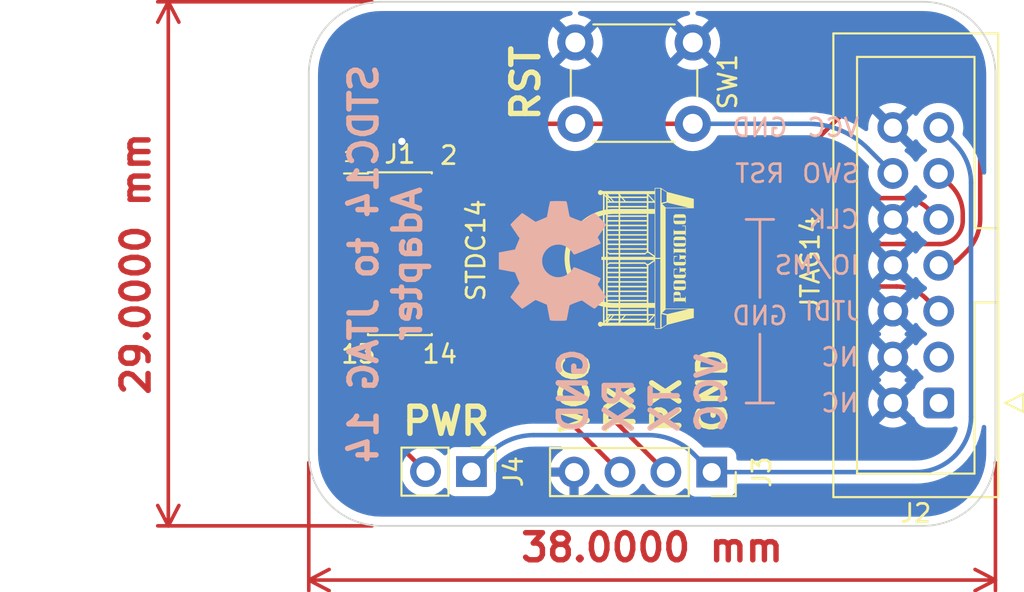
<source format=kicad_pcb>
(kicad_pcb (version 20211014) (generator pcbnew)
  (layers (0 "F.Cu" signal) (31 "B.Cu" signal) (34 "B.Paste" user) (35 "F.Paste" user) (36 "B.SilkS" user "B.Silkscreen") (37 "F.SilkS" user "F.Silkscreen") (38 "B.Mask" user) (39 "F.Mask" user) (44 "Edge.Cuts" user))
  (net 0 "")
  (net 3 "VCC")
  (net 4 "/SWDIO")
  (net 5 "GND")
  (net 6 "/SWCLK")
  (net 7 "/SWO")
  (net 8 "/JRCLK")
  (net 9 "/JTDI")
  (net 10 "/VCC_IN")
  (net 11 "/RST")
  (net 12 "/RX")
  (net 13 "/TX")
  (footprint "Symbols_Extra:Poggiolo-Logo_12x12mm_SilkScreen" (layer "F.Cu") (at -422.4 84.2 90)
    (fp_text reference "G***" hide)
    (fp_text value "LOGO" hide)
  )
  (footprint "Connector_PinSocket_2.54mm:PinSocket_1x04_P2.54mm_Vertical" (layer "F.Cu") (at -417.7 96.025 -90)
    (fp_text reference "J3" (at 0 -2.77 90) (layer "F.SilkS"))
    (fp_text value "UART")
    (pad "1" thru_hole rect (at 0 0 270) (size 1.7 1.7) (drill 1) (layers *.Cu *.Mask) (net 3 "VCC"))
    (pad "2" thru_hole oval (at 0 2.54 270) (size 1.7 1.7) (drill 1) (layers *.Cu *.Mask) (net 13 "/TX"))
    (pad "3" thru_hole oval (at 0 5.08 270) (size 1.7 1.7) (drill 1) (layers *.Cu *.Mask) (net 12 "/RX"))
    (pad "4" thru_hole oval (at 0 7.62 270) (size 1.7 1.7) (drill 1) (layers *.Cu *.Mask) (net 5 "GND"))
  )
  (footprint "Connector_PinHeader_2.54mm:PinHeader_1x02_P2.54mm_Vertical" (layer "F.Cu") (at -431 96 -90)
    (fp_text reference "J4" (at 0 -2.33 90) (layer "F.SilkS"))
    (fp_text value "POWER")
    (pad "1" thru_hole rect locked (at 0 0 270) (size 1.7 1.7) (drill 1) (layers *.Cu *.Mask) (net 3 "VCC"))
    (pad "2" thru_hole oval locked (at 0 2.54 270) (size 1.7 1.7) (drill 1) (layers *.Cu *.Mask) (net 10 "/VCC_IN"))
  )
  (footprint "Connector_IDC:IDC-Header_2x07_P2.54mm_Vertical" (layer "F.Cu") (at -405.1395 92.2 180)
    (fp_text reference "J2" (at 1.27 -6.1) (layer "F.SilkS"))
    (fp_text value "JTAG14" (at 7.1105 7.7 270) (layer "F.SilkS"))
    (pad "1" thru_hole roundrect (at 0 0 180) (size 1.7 1.7) (drill 1) (layers *.Cu *.Mask) (roundrect_rratio 0.1470588235))
    (pad "2" thru_hole circle (at 2.54 0 180) (size 1.7 1.7) (drill 1) (layers *.Cu *.Mask) (net 5 "GND"))
    (pad "3" thru_hole circle (at 0 2.54 180) (size 1.7 1.7) (drill 1) (layers *.Cu *.Mask))
    (pad "4" thru_hole circle (at 2.54 2.54 180) (size 1.7 1.7) (drill 1) (layers *.Cu *.Mask) (net 5 "GND"))
    (pad "5" thru_hole circle (at 0 5.08 180) (size 1.7 1.7) (drill 1) (layers *.Cu *.Mask) (net 9 "/JTDI"))
    (pad "6" thru_hole circle (at 2.54 5.08 180) (size 1.7 1.7) (drill 1) (layers *.Cu *.Mask) (net 5 "GND"))
    (pad "7" thru_hole circle (at 0 7.62 180) (size 1.7 1.7) (drill 1) (layers *.Cu *.Mask) (net 4 "/SWDIO"))
    (pad "8" thru_hole circle (at 2.54 7.62 180) (size 1.7 1.7) (drill 1) (layers *.Cu *.Mask) (net 5 "GND"))
    (pad "9" thru_hole circle (at 0 10.16 180) (size 1.7 1.7) (drill 1) (layers *.Cu *.Mask) (net 6 "/SWCLK"))
    (pad "10" thru_hole circle (at 2.54 10.16 180) (size 1.7 1.7) (drill 1) (layers *.Cu *.Mask) (net 5 "GND"))
    (pad "11" thru_hole circle (at 0 12.7 180) (size 1.7 1.7) (drill 1) (layers *.Cu *.Mask) (net 7 "/SWO"))
    (pad "12" thru_hole circle (at 2.54 12.7 180) (size 1.7 1.7) (drill 1) (layers *.Cu *.Mask) (net 11 "/RST"))
    (pad "13" thru_hole circle (at 0 15.24 180) (size 1.7 1.7) (drill 1) (layers *.Cu *.Mask) (net 3 "VCC"))
    (pad "14" thru_hole circle (at 2.54 15.24 180) (size 1.7 1.7) (drill 1) (layers *.Cu *.Mask) (net 5 "GND"))
  )
  (footprint "Connector_PinHeader_1.27mm:PinHeader_2x07_P1.27mm_Vertical_SMD" (layer "F.Cu") (at -434.957 83.94)
    (fp_text reference "J1" (at 0 -5.505) (layer "F.SilkS"))
    (fp_text value "STDC14" (at 4.207 -0.19 90) (layer "F.SilkS"))
    (pad "1" smd rect (at -1.95 -3.81) (size 2.4 0.74) (layers "F.Cu" "F.Paste" "F.Mask"))
    (pad "2" smd rect (at 1.95 -3.81) (size 2.4 0.74) (layers "F.Cu" "F.Paste" "F.Mask"))
    (pad "3" smd rect (at -1.95 -2.54) (size 2.4 0.74) (layers "F.Cu" "F.Paste" "F.Mask") (net 10 "/VCC_IN"))
    (pad "4" smd rect (at 1.95 -2.54) (size 2.4 0.74) (layers "F.Cu" "F.Paste" "F.Mask") (net 4 "/SWDIO"))
    (pad "5" smd rect (at -1.95 -1.27) (size 2.4 0.74) (layers "F.Cu" "F.Paste" "F.Mask") (net 5 "GND"))
    (pad "6" smd rect (at 1.95 -1.27) (size 2.4 0.74) (layers "F.Cu" "F.Paste" "F.Mask") (net 6 "/SWCLK"))
    (pad "7" smd rect (at -1.95 0) (size 2.4 0.74) (layers "F.Cu" "F.Paste" "F.Mask") (net 5 "GND"))
    (pad "8" smd rect (at 1.95 0) (size 2.4 0.74) (layers "F.Cu" "F.Paste" "F.Mask") (net 7 "/SWO"))
    (pad "9" smd rect (at -1.95 1.27) (size 2.4 0.74) (layers "F.Cu" "F.Paste" "F.Mask") (net 8 "/JRCLK"))
    (pad "10" smd rect (at 1.95 1.27) (size 2.4 0.74) (layers "F.Cu" "F.Paste" "F.Mask") (net 9 "/JTDI"))
    (pad "11" smd rect (at -1.95 2.54) (size 2.4 0.74) (layers "F.Cu" "F.Paste" "F.Mask") (net 5 "GND"))
    (pad "12" smd rect (at 1.95 2.54) (size 2.4 0.74) (layers "F.Cu" "F.Paste" "F.Mask") (net 11 "/RST"))
    (pad "13" smd rect (at -1.95 3.81) (size 2.4 0.74) (layers "F.Cu" "F.Paste" "F.Mask") (net 12 "/RX"))
    (pad "14" smd rect (at 1.95 3.81) (size 2.4 0.74) (layers "F.Cu" "F.Paste" "F.Mask") (net 13 "/TX"))
  )
  (footprint "Button_Switch_THT:SW_PUSH_6mm" (layer "F.Cu") (at -425.25 72.25)
    (fp_text reference "SW1" (at 8.436 2.172 90) (layer "F.SilkS"))
    (fp_text value "RST")
    (pad "1" thru_hole circle (at 0 0 90) (size 2 2) (drill 1.1) (layers *.Cu *.Mask) (net 5 "GND"))
    (pad "1" thru_hole circle (at 6.5 0 90) (size 2 2) (drill 1.1) (layers *.Cu *.Mask) (net 5 "GND"))
    (pad "2" thru_hole circle (at 6.5 4.5 90) (size 2 2) (drill 1.1) (layers *.Cu *.Mask) (net 11 "/RST"))
    (pad "2" thru_hole circle (at 0 4.5 90) (size 2 2) (drill 1.1) (layers *.Cu *.Mask) (net 11 "/RST"))
  )
  (footprint "Symbol:OSHW-Symbol_6.7x6mm_SilkScreen" (layer "B.Cu") (at -426.5 84.328 -90)
    (fp_text reference "REF**" hide)
    (fp_text value "OSHW-Symbol_6.7x6mm_SilkScreen" hide)
  )
  (gr_line (start -415.036 86.36) (end -415.036 82.042) (layer "B.SilkS") (width 0.15))
  (gr_line (start -415.798 92.202) (end -414.274 92.202) (layer "B.SilkS") (width 0.15))
  (gr_line (start -415.036 88.392) (end -415.036 92.202) (layer "B.SilkS") (width 0.15))
  (gr_line (start -415.798 82.042) (end -414.274 82.042) (layer "B.SilkS") (width 0.15))
  (gr_line (start -402 95) (end -402 74) (layer "Edge.Cuts") (width 0.1))
  (gr_arc (start -436 99) (mid -438.828427 97.828427) (end -440 95) (layer "Edge.Cuts") (width 0.1))
  (gr_arc (start -440 74) (mid -438.828427 71.171573) (end -436 70) (layer "Edge.Cuts") (width 0.1))
  (gr_line (start -406 99) (end -436 99) (layer "Edge.Cuts") (width 0.1))
  (gr_arc (start -406 70) (mid -403.171573 71.171573) (end -402 74) (layer "Edge.Cuts") (width 0.1))
  (gr_line (start -440 95) (end -440 74) (layer "Edge.Cuts") (width 0.1))
  (gr_line (start -406 70) (end -436 70) (layer "Edge.Cuts") (width 0.1))
  (gr_arc (start -402 95) (mid -403.171573 97.828427) (end -406 99) (layer "Edge.Cuts") (width 0.1))
  (gr_text "GND" (at -415.036 87.376) (layer "B.SilkS") (effects (font (size 1 1)) (justify mirror)))
  (gr_text "RST" (at -415.036 79.502) (layer "B.SilkS") (effects (font (size 1 1)) (justify mirror)))
  (gr_text "TX" (at -420.29 94 90) (layer "B.SilkS") (effects (font (size 1.5 1.5) (thickness 0.3)) (justify right mirror)))
  (gr_text "CLK" (at -409.448 82.042) (layer "B.SilkS") (effects (font (size 1 1)) (justify left mirror)))
  (gr_text "JTDI" (at -409.448 87.122) (layer "B.SilkS") (effects (font (size 1 1)) (justify left mirror)))
  (gr_text "RX" (at -422.83 94 90) (layer "B.SilkS") (effects (font (size 1.5 1.5) (thickness 0.3)) (justify right mirror)))
  (gr_text "VCC" (at -417.75 94 90) (layer "B.SilkS") (effects (font (size 1.5 1.5) (thickness 0.3)) (justify right mirror)))
  (gr_text "VCC" (at -409.448 76.962) (layer "B.SilkS") (effects (font (size 1 1)) (justify left mirror)))
  (gr_text "NC" (at -411.734 89.662) (layer "B.SilkS") (effects (font (size 1 1)) (justify right mirror)))
  (gr_text "GND" (at -425.37 94 90) (layer "B.SilkS") (effects (font (size 1.5 1.5) (thickness 0.3)) (justify right mirror)))
  (gr_text "IO/MS" (at -409.448 84.582) (layer "B.SilkS") (effects (font (size 1 1)) (justify left mirror)))
  (gr_text "SWO" (at -409.448 79.502) (layer "B.SilkS") (effects (font (size 1 1)) (justify left mirror)))
  (gr_text "NC" (at -411.734 92.202) (layer "B.SilkS") (effects (font (size 1 1)) (justify right mirror)))
  (gr_text "STDC14 to JTAG 14\nAdapter" (at -435.75 84.5 90) (layer "B.SilkS") (effects (font (size 1.5 1.5) (thickness 0.3)) (justify mirror)))
  (gr_text "GND" (at -415.036 76.962) (layer "B.SilkS") (effects (font (size 1 1)) (justify mirror)))
  (gr_text "RST" (at -428 74.5 90) (layer "F.SilkS") (effects (font (size 1.5 1.5) (thickness 0.3))))
  (gr_text "VCC" (at -425.28 94 -270) (layer "F.SilkS") (effects (font (size 1.5 1.5) (thickness 0.3)) (justify left)))
  (gr_text "2" (at -432.25 78.5) (layer "F.SilkS") (effects (font (size 1 1))))
  (gr_text "GND" (at -417.66 94 -270) (layer "F.SilkS") (effects (font (size 1.5 1.5) (thickness 0.3)) (justify left)))
  (gr_text "1" (at -437.75 78.5) (layer "F.SilkS") (effects (font (size 0.7 0.7) (thickness 0.1))))
  (gr_text "RX" (at -420.2 94 -270) (layer "F.SilkS") (effects (font (size 1.5 1.5) (thickness 0.3)) (justify left)))
  (gr_text "14" (at -432.75 89.5) (layer "F.SilkS") (effects (font (size 1 1))))
  (gr_text "TX" (at -422.74 94 -270) (layer "F.SilkS") (effects (font (size 1.5 1.5) (thickness 0.3)) (justify left)))
  (gr_text "PWR" (at -432.4 93.2) (layer "F.SilkS") (effects (font (size 1.5 1.5) (thickness 0.3))))
  (gr_text "13" (at -437.25 89.5) (layer "F.SilkS") (effects (font (size 1 1))))
  (dimension (type aligned) (layer "F.Cu") (pts (xy -436 70) (xy -436 99)) (height 11.773) (gr_text "29.0000 mm" (at -449.573 84.5 90) (layer "F.Cu") (effects (font (size 1.5 1.5) (thickness 0.3)))) (format (units 3) (units_format 1) (precision 4)) (style (thickness 0.2) (arrow_length 1.27) (text_position_mode 0) (extension_height 0.58642) (extension_offset 0.5) keep_text_aligned))
  (dimension (type aligned) (layer "F.Cu") (pts (xy -402 95) (xy -440 95)) (height -7) (gr_text "38.0000 mm" (at -421 100.2) (layer "F.Cu") (effects (font (size 1.5 1.5) (thickness 0.3)))) (format (units 3) (units_format 1) (precision 4)) (style (thickness 0.2) (arrow_length 1.27) (text_position_mode 0) (extension_height 0.58642) (extension_offset 0.5) keep_text_aligned))
  (segment (start -429.99 94.99) (end -431 96) (width 0.25) (layer "B.Cu") (net 3))
  (segment (start -404.24575 77.85375) (end -405.1395 76.96) (width 0.25) (layer "B.Cu") (net 3))
  (segment (start -421.191033 93.98) (end -427.551644 93.98) (width 0.25) (layer "B.Cu") (net 3))
  (segment (start -418.7225 95.0025) (end -417.7 96.025) (width 0.25) (layer "B.Cu") (net 3))
  (segment (start -417.7 96.025) (end -406.409428 96.025) (width 0.25) (layer "B.Cu") (net 3))
  (segment (start -403.352 80.011453) (end -403.352 92.967571) (width 0.25) (layer "B.Cu") (net 3))
  (arc (start -427.551644 93.98) (mid -428.871272 94.24249) (end -429.99 94.99) (width 0.25) (layer "B.Cu") (net 3))
  (arc (start -418.7225 95.0025) (mid -419.855072 94.245739) (end -421.191033 93.98) (width 0.25) (layer "B.Cu") (net 3))
  (arc (start -403.352 92.967571) (mid -403.584732 94.137598) (end -404.2475 95.1295) (width 0.25) (layer "B.Cu") (net 3))
  (arc (start -404.24575 77.85375) (mid -403.584278 78.843712) (end -403.352 80.011453) (width 0.25) (layer "B.Cu") (net 3))
  (arc (start -404.2475 95.1295) (mid -405.239401 95.792267) (end -406.409428 96.025) (width 0.25) (layer "B.Cu") (net 3))
  (segment (start -431.88355 81.10655) (end -431.355 80.578) (width 0.25) (layer "F.Cu") (net 4))
  (segment (start -432.592 81.4) (end -433.007 81.4) (width 0.25) (layer "F.Cu") (net 4))
  (segment (start -404.092526 84.306526) (end -403.605 83.819) (width 0.25) (layer "F.Cu") (net 4))
  (segment (start -402.844 77.098025) (end -402.844 81.981783) (width 0.25) (layer "F.Cu") (net 4))
  (segment (start -410.787792 76.523792) (end -412.426207 78.162207) (width 0.25) (layer "F.Cu") (net 4))
  (segment (start -406.940036 74.93) (end -405.012025 74.93) (width 0.25) (layer "F.Cu") (net 4))
  (segment (start -429.370516 79.756) (end -416.273963 79.756) (width 0.25) (layer "F.Cu") (net 4))
  (segment (start -404.75275 84.58) (end -405.1395 84.58) (width 0.25) (layer "F.Cu") (net 4))
  (arc (start -404.092526 84.306526) (mid -404.395439 84.508926) (end -404.75275 84.58) (width 0.25) (layer "F.Cu") (net 4))
  (arc (start -403.479 75.565) (mid -404.182357 75.095031) (end -405.012025 74.93) (width 0.25) (layer "F.Cu") (net 4))
  (arc (start -431.88355 81.10655) (mid -432.208589 81.323734) (end -432.592 81.4) (width 0.25) (layer "F.Cu") (net 4))
  (arc (start -412.426207 78.162207) (mid -414.191572 79.341786) (end -416.273963 79.756) (width 0.25) (layer "F.Cu") (net 4))
  (arc (start -403.479 75.565) (mid -403.009031 76.268357) (end -402.844 77.098025) (width 0.25) (layer "F.Cu") (net 4))
  (arc (start -406.940036 74.93) (mid -409.022426 75.344213) (end -410.787792 76.523792) (width 0.25) (layer "F.Cu") (net 4))
  (arc (start -402.844 81.981783) (mid -403.041777 82.976077) (end -403.605 83.819) (width 0.25) (layer "F.Cu") (net 4))
  (arc (start -429.370516 79.756) (mid -430.444511 79.96963) (end -431.355 80.578) (width 0.25) (layer "F.Cu") (net 4))
  (segment (start -435.621124 82.334124) (end -435.111545 81.824545) (width 0.25) (layer "F.Cu") (net 5))
  (segment (start -434.848 78.935704) (end -434.848 77.724) (width 0.25) (layer "F.Cu") (net 5))
  (segment (start -435.78355 86.18655) (end -435.5895 85.9925) (width 0.25) (layer "F.Cu") (net 5))
  (segment (start -435.102 81.8015) (end -435.102 81.7745) (width 0.25) (layer "F.Cu") (net 5))
  (segment (start -435.102 79.548915) (end -435.102 81.7745) (width 0.25) (layer "F.Cu") (net 5))
  (segment (start -436.907 83.145) (end -436.907 83.94) (width 0.25) (layer "F.Cu") (net 5))
  (segment (start -435.102 81.7745) (end -435.102 81.8015) (width 0.25) (layer "F.Cu") (net 5))
  (segment (start -436.492 86.48) (end -436.907 86.48) (width 0.25) (layer "F.Cu") (net 5))
  (segment (start -435.102 84.81557) (end -435.102 81.8015) (width 0.25) (layer "F.Cu") (net 5))
  (via (at -434.848 77.724) (size 0.8) (drill 0.4) (layers "F.Cu" "B.Cu") (net 5))
  (arc (start -436.432 82.67) (mid -436.767875 82.809124) (end -436.907 83.145) (width 0.25) (layer "F.Cu") (net 5))
  (arc (start -435.102 84.81557) (mid -435.228697 85.45252) (end -435.5895 85.9925) (width 0.25) (layer "F.Cu") (net 5))
  (arc (start -434.975 79.24231) (mid -435.068993 79.382981) (end -435.102 79.548915) (width 0.25) (layer "F.Cu") (net 5))
  (arc (start -435.102 81.8015) (mid -435.102 81.8015) (end -435.102 81.8015) (width 0.25) (layer "F.Cu") (net 5))
  (arc (start -435.102 81.8015) (mid -435.10448 81.813972) (end -435.111545 81.824545) (width 0.25) (layer "F.Cu") (net 5))
  (arc (start -435.621124 82.334124) (mid -435.993157 82.582708) (end -436.432 82.67) (width 0.25) (layer "F.Cu") (net 5))
  (arc (start -435.78355 86.18655) (mid -436.108589 86.403734) (end -436.492 86.48) (width 0.25) (layer "F.Cu") (net 5))
  (arc (start -434.848 78.935704) (mid -434.881006 79.101638) (end -434.975 79.24231) (width 0.25) (layer "F.Cu") (net 5))
  (segment (start -432.592 82.67) (end -433.007 82.67) (width 0.25) (layer "F.Cu") (net 6))
  (segment (start -429.095672 80.865) (end -407.14535 80.865) (width 0.25) (layer "F.Cu") (net 6))
  (segment (start -431.2745 81.7675) (end -431.88355 82.37655) (width 0.25) (layer "F.Cu") (net 6))
  (segment (start -405.727 81.4525) (end -405.1395 82.04) (width 0.25) (layer "F.Cu") (net 6))
  (arc (start -405.727 81.4525) (mid -406.377744 81.017686) (end -407.14535 80.865) (width 0.25) (layer "F.Cu") (net 6))
  (arc (start -429.095672 80.865) (mid -430.274845 81.099552) (end -431.2745 81.7675) (width 0.25) (layer "F.Cu") (net 6))
  (arc (start -431.88355 82.37655) (mid -432.208589 82.593734) (end -432.592 82.67) (width 0.25) (layer "F.Cu") (net 6))
  (segment (start -404.453126 80.186373) (end -405.1395 79.5) (width 0.25) (layer "F.Cu") (net 7))
  (segment (start -403.8092 82.118865) (end -403.8092 81.74095) (width 0.25) (layer "F.Cu") (net 7))
  (segment (start -416.835605 83.94) (end -433.007 83.94) (width 0.25) (layer "F.Cu") (net 7))
  (segment (start -415.544 83.405) (end -405.095334 83.405) (width 0.25) (layer "F.Cu") (net 7))
  (arc (start -405.095334 83.405) (mid -404.603152 83.307098) (end -404.1859 83.0283) (width 0.25) (layer "F.Cu") (net 7))
  (arc (start -404.1859 83.0283) (mid -403.907101 82.611047) (end -403.8092 82.118865) (width 0.25) (layer "F.Cu") (net 7))
  (arc (start -415.544 83.405) (mid -415.893506 83.47452) (end -416.189803 83.6725) (width 0.25) (layer "F.Cu") (net 7))
  (arc (start -403.8092 81.74095) (mid -403.97655 80.899619) (end -404.453126 80.186373) (width 0.25) (layer "F.Cu") (net 7))
  (arc (start -416.189803 83.6725) (mid -416.486099 83.870479) (end -416.835605 83.94) (width 0.25) (layer "F.Cu") (net 7))
  (segment (start -416.842676 85.21) (end -433.007 85.21) (width 0.25) (layer "F.Cu") (net 9))
  (segment (start -405.822 86.4375) (end -405.1395 87.12) (width 0.25) (layer "F.Cu") (net 9))
  (segment (start -415.526929 85.755) (end -407.4697 85.755) (width 0.25) (layer "F.Cu") (net 9))
  (arc (start -416.184803 85.4825) (mid -415.882968 85.684179) (end -415.526929 85.755) (width 0.25) (layer "F.Cu") (net 9))
  (arc (start -416.184803 85.4825) (mid -416.486637 85.28082) (end -416.842676 85.21) (width 0.25) (layer "F.Cu") (net 9))
  (arc (start -407.4697 85.755) (mid -406.577971 85.932375) (end -405.822 86.4375) (width 0.25) (layer "F.Cu") (net 9))
  (segment (start -438.432 82.586439) (end -438.432 88.854036) (width 0.25) (layer "F.Cu") (net 10))
  (segment (start -437.322 81.4) (end -436.907 81.4) (width 0.25) (layer "F.Cu") (net 10))
  (segment (start -438.0845 81.7475) (end -438.030449 81.693449) (width 0.25) (layer "F.Cu") (net 10))
  (segment (start -436.838207 92.701792) (end -433.54 96) (width 0.25) (layer "F.Cu") (net 10))
  (arc (start -438.432 88.854036) (mid -438.017786 90.936426) (end -436.838207 92.701792) (width 0.25) (layer "F.Cu") (net 10))
  (arc (start -438.0845 81.7475) (mid -438.341687 82.132408) (end -438.432 82.586439) (width 0.25) (layer "F.Cu") (net 10))
  (arc (start -437.322 81.4) (mid -437.705409 81.476264) (end -438.030449 81.693449) (width 0.25) (layer "F.Cu") (net 10))
  (segment (start -432.592 86.48) (end -432.057 86.48) (width 0.25) (layer "F.Cu") (net 11))
  (segment (start -429.948418 76.75) (end -425.25 76.75) (width 0.25) (layer "F.Cu") (net 11))
  (segment (start -434.278654 86.038343) (end -434.130449 86.18655) (width 0.25) (layer "F.Cu") (net 11))
  (segment (start -425.25 76.75) (end -418.75 76.75) (width 0.25) (layer "F.Cu") (net 11))
  (segment (start -434.532 85.426703) (end -434.532 80.059926) (width 0.25) (layer "F.Cu") (net 11))
  (segment (start -433.1895 78.0925) (end -434.090112 78.993112) (width 0.25) (layer "F.Cu") (net 11))
  (segment (start -432.592 86.48) (end -433.422 86.48) (width 0.25) (layer "F.Cu") (net 11))
  (arc (start -434.090112 78.993112) (mid -434.417157 79.48257) (end -434.532 80.059926) (width 0.25) (layer "F.Cu") (net 11))
  (arc (start -429.948418 76.75) (mid -431.702478 77.098904) (end -433.1895 78.0925) (width 0.25) (layer "F.Cu") (net 11))
  (arc (start -434.130449 86.18655) (mid -433.805409 86.403734) (end -433.422 86.48) (width 0.25) (layer "F.Cu") (net 11))
  (arc (start -434.532 85.426703) (mid -434.466158 85.757719) (end -434.278654 86.038343) (width 0.25) (layer "F.Cu") (net 11))
  (segment (start -409.0545 78.125) (end -407.6795 79.5) (width 0.25) (layer "B.Cu") (net 11))
  (segment (start -412.374043 76.75) (end -418.75 76.75) (width 0.25) (layer "B.Cu") (net 11))
  (arc (start -409.0545 78.125) (mid -410.577519 77.10735) (end -412.374043 76.75) (width 0.25) (layer "B.Cu") (net 11))
  (segment (start -426.025207 92.779792) (end -422.78 96.025) (width 0.25) (layer "F.Cu") (net 12))
  (segment (start -429.872963 91.186) (end -431.217036 91.186) (width 0.25) (layer "F.Cu") (net 12))
  (segment (start -435.064792 89.592207) (end -436.907 87.75) (width 0.25) (layer "F.Cu") (net 12))
  (arc (start -426.025207 92.779792) (mid -427.790572 91.600213) (end -429.872963 91.186) (width 0.25) (layer "F.Cu") (net 12))
  (arc (start -435.064792 89.592207) (mid -433.299426 90.771786) (end -431.217036 91.186) (width 0.25) (layer "F.Cu") (net 12))
  (segment (start -425.014838 91.250161) (end -420.24 96.025) (width 0.25) (layer "F.Cu") (net 13))
  (segment (start -428.849 89.662) (end -429.743011 89.662) (width 0.25) (layer "F.Cu") (net 13))
  (segment (start -432.051 88.706) (end -433.007 87.75) (width 0.25) (layer "F.Cu") (net 13))
  (arc (start -425.014838 91.250161) (mid -426.773966 90.074749) (end -428.849 89.662) (width 0.25) (layer "F.Cu") (net 13))
  (arc (start -432.051 88.706) (mid -430.992085 89.413543) (end -429.743011 89.662) (width 0.25) (layer "F.Cu") (net 13))
  (zone (net 5) (net_name "GND") (layer "B.Cu") (name "GND") (connect_pads (clearance 0.508)) (min_thickness 0.254) (fill yes (thermal_gap 0.508) (thermal_bridge_width 0.508))
    (polygon (pts (xy -402 99) (xy -440 99) (xy -440 70) (xy -402 70)))
  )
)
</source>
